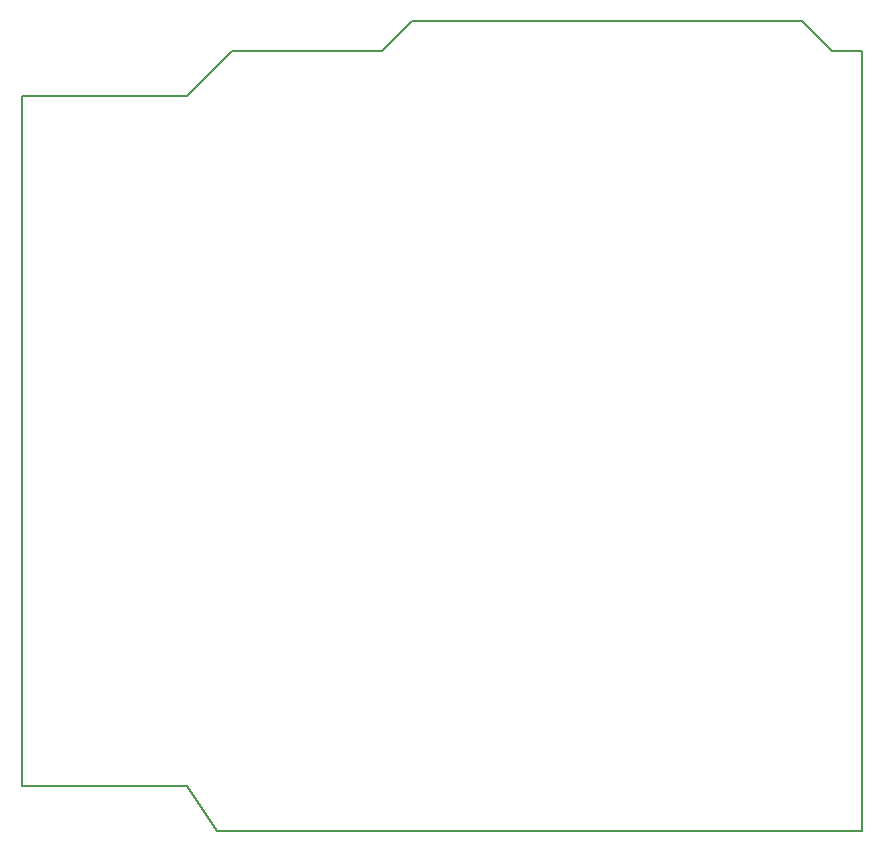
<source format=gbr>
G04 #@! TF.GenerationSoftware,KiCad,Pcbnew,(5.1.2)-2*
G04 #@! TF.CreationDate,2020-02-08T13:07:24+13:00*
G04 #@! TF.ProjectId,APEDSK-AU,41504544-534b-42d4-9155-2e6b69636164,rev?*
G04 #@! TF.SameCoordinates,Original*
G04 #@! TF.FileFunction,Profile,NP*
%FSLAX46Y46*%
G04 Gerber Fmt 4.6, Leading zero omitted, Abs format (unit mm)*
G04 Created by KiCad (PCBNEW (5.1.2)-2) date 2020-02-08 13:07:24*
%MOMM*%
%LPD*%
G04 APERTURE LIST*
%ADD10C,0.150000*%
G04 APERTURE END LIST*
D10*
X103378000Y-74295000D02*
X105918000Y-74295000D01*
X103378000Y-132715000D02*
X103378000Y-74295000D01*
X105918000Y-132715000D02*
X103378000Y-132715000D01*
X141478000Y-67945000D02*
X169418000Y-67945000D01*
X136398000Y-67945000D02*
X141478000Y-67945000D01*
X133858000Y-70485000D02*
X136398000Y-67945000D01*
X121158000Y-70485000D02*
X133858000Y-70485000D01*
X117348000Y-74295000D02*
X121158000Y-70485000D01*
X117348000Y-132715000D02*
X119888000Y-136525000D01*
X116078000Y-132715000D02*
X117348000Y-132715000D01*
X105918000Y-132715000D02*
X116078000Y-132715000D01*
X117348000Y-74295000D02*
X105918000Y-74295000D01*
X121158000Y-136525000D02*
X119888000Y-136525000D01*
X171958000Y-70485000D02*
X169418000Y-67945000D01*
X174498000Y-70485000D02*
X171958000Y-70485000D01*
X174498000Y-136525000D02*
X174498000Y-70485000D01*
X121158000Y-136525000D02*
X174498000Y-136525000D01*
M02*

</source>
